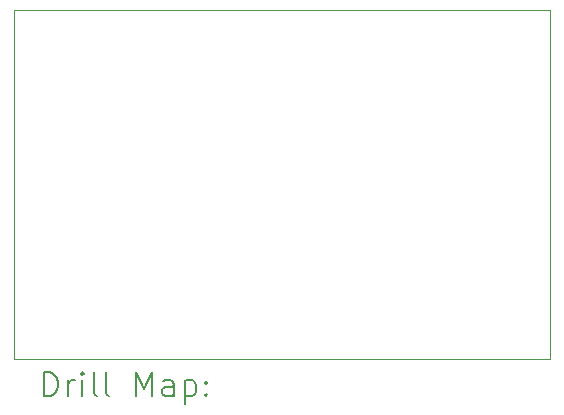
<source format=gbr>
%TF.GenerationSoftware,KiCad,Pcbnew,7.0.6*%
%TF.CreationDate,2024-03-03T22:58:41+08:00*%
%TF.ProjectId,Digital Clock,44696769-7461-46c2-9043-6c6f636b2e6b,_____*%
%TF.SameCoordinates,Original*%
%TF.FileFunction,Drillmap*%
%TF.FilePolarity,Positive*%
%FSLAX45Y45*%
G04 Gerber Fmt 4.5, Leading zero omitted, Abs format (unit mm)*
G04 Created by KiCad (PCBNEW 7.0.6) date 2024-03-03 22:58:41*
%MOMM*%
%LPD*%
G01*
G04 APERTURE LIST*
%ADD10C,0.100000*%
%ADD11C,0.200000*%
G04 APERTURE END LIST*
D10*
X4341000Y-1940000D02*
X8880000Y-1940000D01*
X8880000Y-4890000D01*
X4341000Y-4890000D01*
X4341000Y-1940000D01*
D11*
X4596777Y-5206484D02*
X4596777Y-5006484D01*
X4596777Y-5006484D02*
X4644396Y-5006484D01*
X4644396Y-5006484D02*
X4672967Y-5016008D01*
X4672967Y-5016008D02*
X4692015Y-5035055D01*
X4692015Y-5035055D02*
X4701539Y-5054103D01*
X4701539Y-5054103D02*
X4711063Y-5092198D01*
X4711063Y-5092198D02*
X4711063Y-5120770D01*
X4711063Y-5120770D02*
X4701539Y-5158865D01*
X4701539Y-5158865D02*
X4692015Y-5177912D01*
X4692015Y-5177912D02*
X4672967Y-5196960D01*
X4672967Y-5196960D02*
X4644396Y-5206484D01*
X4644396Y-5206484D02*
X4596777Y-5206484D01*
X4796777Y-5206484D02*
X4796777Y-5073150D01*
X4796777Y-5111246D02*
X4806301Y-5092198D01*
X4806301Y-5092198D02*
X4815824Y-5082674D01*
X4815824Y-5082674D02*
X4834872Y-5073150D01*
X4834872Y-5073150D02*
X4853920Y-5073150D01*
X4920586Y-5206484D02*
X4920586Y-5073150D01*
X4920586Y-5006484D02*
X4911063Y-5016008D01*
X4911063Y-5016008D02*
X4920586Y-5025531D01*
X4920586Y-5025531D02*
X4930110Y-5016008D01*
X4930110Y-5016008D02*
X4920586Y-5006484D01*
X4920586Y-5006484D02*
X4920586Y-5025531D01*
X5044396Y-5206484D02*
X5025348Y-5196960D01*
X5025348Y-5196960D02*
X5015824Y-5177912D01*
X5015824Y-5177912D02*
X5015824Y-5006484D01*
X5149158Y-5206484D02*
X5130110Y-5196960D01*
X5130110Y-5196960D02*
X5120586Y-5177912D01*
X5120586Y-5177912D02*
X5120586Y-5006484D01*
X5377729Y-5206484D02*
X5377729Y-5006484D01*
X5377729Y-5006484D02*
X5444396Y-5149341D01*
X5444396Y-5149341D02*
X5511063Y-5006484D01*
X5511063Y-5006484D02*
X5511063Y-5206484D01*
X5692015Y-5206484D02*
X5692015Y-5101722D01*
X5692015Y-5101722D02*
X5682491Y-5082674D01*
X5682491Y-5082674D02*
X5663443Y-5073150D01*
X5663443Y-5073150D02*
X5625348Y-5073150D01*
X5625348Y-5073150D02*
X5606301Y-5082674D01*
X5692015Y-5196960D02*
X5672967Y-5206484D01*
X5672967Y-5206484D02*
X5625348Y-5206484D01*
X5625348Y-5206484D02*
X5606301Y-5196960D01*
X5606301Y-5196960D02*
X5596777Y-5177912D01*
X5596777Y-5177912D02*
X5596777Y-5158865D01*
X5596777Y-5158865D02*
X5606301Y-5139817D01*
X5606301Y-5139817D02*
X5625348Y-5130293D01*
X5625348Y-5130293D02*
X5672967Y-5130293D01*
X5672967Y-5130293D02*
X5692015Y-5120770D01*
X5787253Y-5073150D02*
X5787253Y-5273150D01*
X5787253Y-5082674D02*
X5806301Y-5073150D01*
X5806301Y-5073150D02*
X5844396Y-5073150D01*
X5844396Y-5073150D02*
X5863443Y-5082674D01*
X5863443Y-5082674D02*
X5872967Y-5092198D01*
X5872967Y-5092198D02*
X5882491Y-5111246D01*
X5882491Y-5111246D02*
X5882491Y-5168389D01*
X5882491Y-5168389D02*
X5872967Y-5187436D01*
X5872967Y-5187436D02*
X5863443Y-5196960D01*
X5863443Y-5196960D02*
X5844396Y-5206484D01*
X5844396Y-5206484D02*
X5806301Y-5206484D01*
X5806301Y-5206484D02*
X5787253Y-5196960D01*
X5968205Y-5187436D02*
X5977729Y-5196960D01*
X5977729Y-5196960D02*
X5968205Y-5206484D01*
X5968205Y-5206484D02*
X5958682Y-5196960D01*
X5958682Y-5196960D02*
X5968205Y-5187436D01*
X5968205Y-5187436D02*
X5968205Y-5206484D01*
X5968205Y-5082674D02*
X5977729Y-5092198D01*
X5977729Y-5092198D02*
X5968205Y-5101722D01*
X5968205Y-5101722D02*
X5958682Y-5092198D01*
X5958682Y-5092198D02*
X5968205Y-5082674D01*
X5968205Y-5082674D02*
X5968205Y-5101722D01*
M02*

</source>
